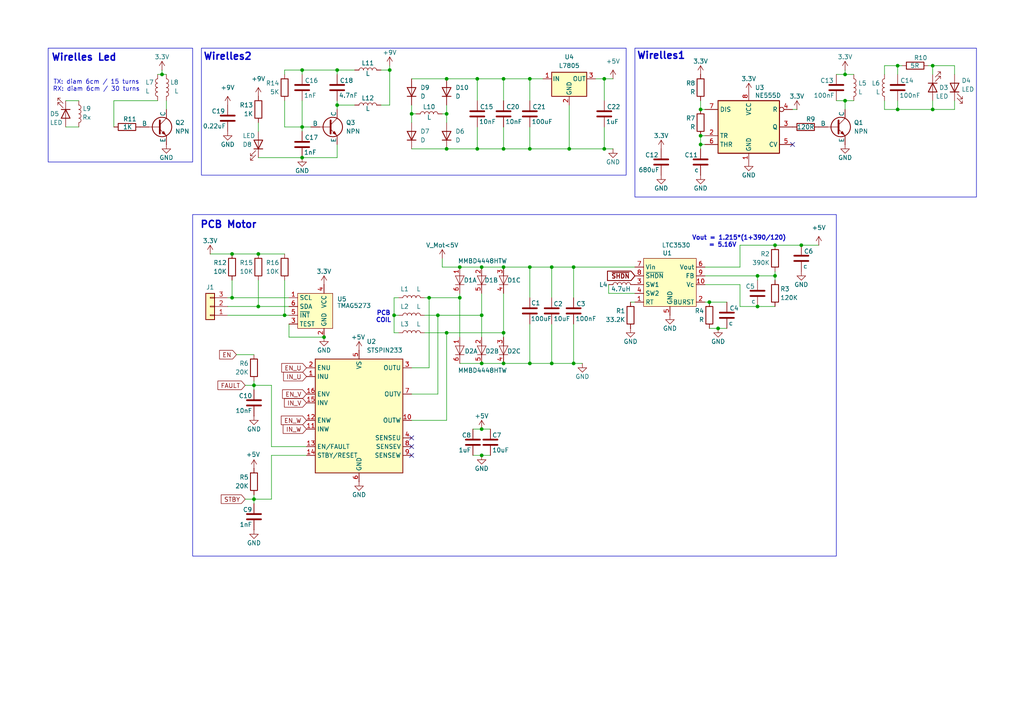
<source format=kicad_sch>
(kicad_sch (version 20231120) (generator "eeschema") (generator_version "8.0")
  (paper "A4")
  (lib_symbols
    (symbol "Connector_Generic:Conn_01x03" (pin_names (offset 1.016) hide)
      (property "Reference" "J" (at 0 5.08 0))
      (property "Value" "Conn_01x03" (at 0 -5.08 0))
      (symbol "Conn_01x03_1_1"
        (pin passive line (at -5.08 2.54 0) (length 3.81) (name "Pin_1") (number "1"))
        (pin passive line (at -5.08 0 0) (length 3.81) (name "Pin_2") (number "2"))
        (pin passive line (at -5.08 -2.54 0) (length 3.81) (name "Pin_3") (number "3"))
      )
    )
    (symbol "Device:C" (pin_numbers hide) (pin_names (offset 0.254))
      (property "Reference" "C" (at 0.635 2.54 0))
      (property "Value" "C" (at 0.635 -2.54 0))
      (symbol "C_1_1"
        (pin passive line (at 0 3.81 270) (length 2.794) (name "~") (number "1"))
        (pin passive line (at 0 -3.81 90) (length 2.794) (name "~") (number "2"))
      )
    )
    (symbol "Device:D" (pin_numbers hide) (pin_names (offset 1.016) hide)
      (property "Reference" "D" (at 0 2.54 0))
      (property "Value" "D" (at 0 -2.54 0))
      (symbol "D_1_1"
        (pin passive line (at -3.81 0 0) (length 2.54) (name "K") (number "1"))
        (pin passive line (at 3.81 0 180) (length 2.54) (name "A") (number "2"))
      )
    )
    (symbol "Device:L" (pin_numbers hide) (pin_names (offset 1.016) hide)
      (property "Reference" "L" (at -1.27 0 90))
      (property "Value" "L" (at 1.905 0 90))
      (symbol "L_1_1"
        (pin passive line (at 0 3.81 270) (length 1.27) (name "1") (number "1"))
        (pin passive line (at 0 -3.81 90) (length 1.27) (name "2") (number "2"))
      )
    )
    (symbol "Device:LED" (pin_numbers hide) (pin_names (offset 1.016) hide)
      (property "Reference" "D" (at 0 2.54 0))
      (property "Value" "LED" (at 0 -2.54 0))
      (symbol "LED_1_1"
        (pin passive line (at -3.81 0 0) (length 2.54) (name "K") (number "1"))
        (pin passive line (at 3.81 0 180) (length 2.54) (name "A") (number "2"))
      )
    )
    (symbol "Device:R" (pin_numbers hide) (pin_names (offset 0))
      (property "Reference" "R" (at 2.032 0 90))
      (property "Value" "R" (at 0 0 90))
      (symbol "R_1_1"
        (pin passive line (at 0 3.81 270) (length 1.27) (name "~") (number "1"))
        (pin passive line (at 0 -3.81 90) (length 1.27) (name "~") (number "2"))
      )
    )
    (symbol "Diode:MMBD4448HTW" (pin_names (offset 1.016) hide)
      (property "Reference" "D" (at 0 2.54 0))
      (property "Value" "MMBD4448HTW" (at 0 -2.54 0))
      (symbol "MMBD4448HTW_1_1"
        (pin passive line (at 3.81 0 180) (length 2.54) (name "A") (number "1"))
        (pin passive line (at -3.81 0 0) (length 2.54) (name "K") (number "6"))
      )
      (symbol "MMBD4448HTW_2_1"
        (pin passive line (at 3.81 0 180) (length 2.54) (name "A") (number "2"))
        (pin passive line (at -3.81 0 0) (length 2.54) (name "K") (number "5"))
      )
      (symbol "MMBD4448HTW_3_1"
        (pin passive line (at 3.81 0 180) (length 2.54) (name "A") (number "3"))
        (pin passive line (at -3.81 0 0) (length 2.54) (name "K") (number "4"))
      )
    )
    (symbol "Driver_Motor:STSPIN233"
      (property "Reference" "U" (at -12.7 16.51 0))
      (property "Value" "STSPIN233" (at 5.08 16.51 0))
      (symbol "STSPIN233_1_1"
        (pin input line (at -15.24 10.16 0) (length 2.54) (name "INU") (number "1"))
        (pin power_out line (at 15.24 -2.54 180) (length 2.54) (name "OUTW") (number "10"))
        (pin input line (at -15.24 -5.08 0) (length 2.54) (name "INW") (number "11"))
        (pin input line (at -15.24 -2.54 0) (length 2.54) (name "ENW") (number "12"))
        (pin bidirectional line (at -15.24 -10.16 0) (length 2.54) (name "EN/FAULT") (number "13"))
        (pin input line (at -15.24 -12.7 0) (length 2.54) (name "STBY/RESET") (number "14"))
        (pin input line (at -15.24 2.54 0) (length 2.54) (name "INV") (number "15"))
        (pin input line (at -15.24 5.08 0) (length 2.54) (name "ENV") (number "16"))
        (pin passive line (at 0 -20.32 90) (length 2.54) hide (name "GND") (number "17"))
        (pin input line (at -15.24 12.7 0) (length 2.54) (name "ENU") (number "2"))
        (pin power_out line (at 15.24 12.7 180) (length 2.54) (name "OUTU") (number "3"))
        (pin input line (at 15.24 -7.62 180) (length 2.54) (name "SENSEU") (number "4"))
        (pin power_in line (at 0 17.78 270) (length 2.54) (name "VS") (number "5"))
        (pin power_in line (at 0 -20.32 90) (length 2.54) (name "GND") (number "6"))
        (pin power_out line (at 15.24 5.08 180) (length 2.54) (name "OUTV") (number "7"))
        (pin input line (at 15.24 -10.16 180) (length 2.54) (name "SENSEV") (number "8"))
        (pin input line (at 15.24 -12.7 180) (length 2.54) (name "SENSEW") (number "9"))
      )
    )
    (symbol "Regulator_Linear:L7805" (pin_names (offset 0.254))
      (property "Reference" "U" (at -3.81 3.175 0))
      (property "Value" "L7805" (at 0 3.175 0))
      (symbol "L7805_1_1"
        (pin power_in line (at -7.62 0 0) (length 2.54) (name "IN") (number "1"))
        (pin power_in line (at 0 -7.62 90) (length 2.54) (name "GND") (number "2"))
        (pin power_out line (at 7.62 0 180) (length 2.54) (name "OUT") (number "3"))
      )
    )
    (symbol "Simulation_SPICE:NPN" (pin_numbers hide) (pin_names (offset 0))
      (property "Reference" "Q" (at -2.54 7.62 0))
      (property "Value" "NPN" (at -2.54 5.08 0))
      (symbol "NPN_1_1"
        (pin open_collector line (at 2.54 5.08 270) (length 2.54) (name "C") (number "1"))
        (pin input line (at -5.08 0 0) (length 2.54) (name "B") (number "2"))
        (pin open_emitter line (at 2.54 -5.08 90) (length 2.54) (name "E") (number "3"))
      )
    )
    (symbol "SmartwatchV3:LTC3530"
      (property "Reference" "U1" (at 4.826 7.874 0))
      (property "Value" "~" (at 0 7.62 0))
      (symbol "LTC3530_0_0"
        (pin unspecified line (at -10.16 -6.35 0) (length 2.54) (name "RT") (number "1"))
        (pin unspecified line (at 10.16 -1.27 180) (length 2.54) (name "Vc") (number "10"))
        (pin unspecified line (at 10.16 -6.35 180) (length 2.54) (name "BURST") (number "2"))
        (pin unspecified line (at -10.16 -1.27 0) (length 2.54) (name "SW1") (number "3"))
        (pin unspecified line (at -10.16 -3.81 0) (length 2.54) (name "SW2") (number "4"))
        (pin unspecified line (at 0 -10.16 90) (length 2.54) (name "GND") (number "5"))
        (pin unspecified line (at 10.16 3.81 180) (length 2.54) (name "Vout") (number "6"))
        (pin unspecified line (at -10.16 3.81 0) (length 2.54) (name "Vin") (number "7"))
        (pin unspecified line (at -10.16 1.27 0) (length 2.54) (name "~{SHDN}") (number "8"))
        (pin unspecified line (at 10.16 1.27 180) (length 2.54) (name "FB") (number "9"))
      )
    )
    (symbol "SmartwatchV4:TMAG5273"
      (property "Reference" "U" (at 5.08 6.35 0))
      (symbol "TMAG5273_0_0"
        (pin unspecified line (at -7.62 3.81 0) (length 2.54) (name "SCL") (number "1"))
        (pin unspecified line (at 2.54 -7.62 90) (length 2.54) (name "GND") (number "2"))
        (pin unspecified line (at -7.62 -3.81 0) (length 2.54) (name "TEST") (number "3"))
        (pin unspecified line (at 2.54 7.62 270) (length 2.54) (name "VCC") (number "4"))
        (pin unspecified line (at -7.62 -1.27 0) (length 2.54) (name "~{INT}") (number "5"))
        (pin unspecified line (at -7.62 1.27 0) (length 2.54) (name "SDA") (number "6"))
      )
    )
    (symbol "Timer:NE555D"
      (property "Reference" "U3" (at 3.556 12.446 0))
      (property "Value" "NE555D" (at 3.556 10.16 0))
      (symbol "NE555D_0_0"
        (pin power_in line (at 0 -10.16 90) (length 2.54) (name "GND") (number "1"))
        (pin power_in line (at 0 10.16 270) (length 2.54) (name "VCC") (number "8"))
      )
      (symbol "NE555D_1_1"
        (pin input line (at -12.7 -2.54 0) (length 3.81) (name "TR") (number "2"))
        (pin output line (at 12.7 0 180) (length 3.81) (name "Q") (number "3"))
        (pin input inverted (at 12.7 5.08 180) (length 3.81) (name "R") (number "4"))
        (pin input line (at 12.7 -5.08 180) (length 3.81) (name "CV") (number "5"))
        (pin input line (at -12.7 -5.08 0) (length 3.81) (name "THR") (number "6"))
        (pin input line (at -12.7 5.08 0) (length 3.81) (name "DIS") (number "7"))
      )
    )
    (symbol "power:+5V" (power) (pin_numbers hide) (pin_names (offset 0) hide)
      (property "Value" "+5V" (at 0 3.556 0))
      (symbol "+5V_1_1"
        (pin power_in line (at 0 0 90) (length 0) (name "~") (number "1"))
      )
    )
    (symbol "power:+9V" (power) (pin_numbers hide) (pin_names (offset 0) hide)
      (property "Value" "+9V" (at 0 3.556 0))
      (symbol "+9V_1_1"
        (pin power_in line (at 0 0 90) (length 0) (name "~") (number "1"))
      )
    )
    (symbol "power:GND" (power) (pin_numbers hide) (pin_names (offset 0) hide)
      (property "Value" "GND" (at 0 -3.81 0))
      (symbol "GND_1_1"
        (pin power_in line (at 0 0 270) (length 0) (name "~") (number "1"))
      )
    )
    (symbol "power:VAA" (power) (pin_numbers hide) (pin_names (offset 0) hide)
      (property "Value" "VAA" (at 0 3.556 0))
      (symbol "VAA_1_1"
        (pin power_in line (at 0 0 90) (length 0) (name "~") (number "1"))
      )
    )
  )
  (junction (at 139.7 77.47))
  (junction (at 153.67 77.47))
  (junction (at 46.99 21.59))
  (junction (at 119.38 33.02))
  (junction (at 139.7 105.41))
  (junction (at 139.7 124.46))
  (junction (at 203.2 39.37))
  (junction (at 67.31 86.36))
  (junction (at 153.67 105.41))
  (junction (at 166.37 77.47))
  (junction (at 113.03 20.32))
  (junction (at 74.93 73.66))
  (junction (at 82.55 91.44))
  (junction (at 73.66 144.78))
  (junction (at 146.05 77.47))
  (junction (at 146.05 43.18))
  (junction (at 133.35 77.47))
  (junction (at 146.05 96.52))
  (junction (at 245.11 21.59))
  (junction (at 67.31 73.66))
  (junction (at 146.05 105.41))
  (junction (at 175.26 22.86))
  (junction (at 87.63 36.83))
  (junction (at 260.35 19.05))
  (junction (at 208.28 95.25))
  (junction (at 260.35 31.75))
  (junction (at 165.1 43.18))
  (junction (at 160.02 105.41))
  (junction (at 166.37 105.41))
  (junction (at 219.71 88.9))
  (junction (at 245.11 29.21))
  (junction (at 219.71 80.01))
  (junction (at 138.43 22.86))
  (junction (at 138.43 43.18))
  (junction (at 114.3 91.44))
  (junction (at 232.41 71.12))
  (junction (at 74.93 88.9))
  (junction (at 224.79 71.12))
  (junction (at 97.79 20.32))
  (junction (at 87.63 45.72))
  (junction (at 97.79 30.48))
  (junction (at 129.54 43.18))
  (junction (at 139.7 91.44))
  (junction (at 224.79 80.01))
  (junction (at 203.2 41.91))
  (junction (at 93.98 97.79))
  (junction (at 270.51 19.05))
  (junction (at 124.46 86.36))
  (junction (at 129.54 33.02))
  (junction (at 205.74 87.63))
  (junction (at 153.67 43.18))
  (junction (at 73.66 111.76))
  (junction (at 87.63 20.32))
  (junction (at 146.05 22.86))
  (junction (at 175.26 43.18))
  (junction (at 129.54 96.52))
  (junction (at 270.51 31.75))
  (junction (at 133.35 86.36))
  (junction (at 160.02 77.47))
  (junction (at 129.54 22.86))
  (junction (at 203.2 31.75))
  (junction (at 153.67 22.86))
  (junction (at 127 91.44))
  (junction (at 139.7 132.08))
  (no_connect (at 119.38 132.08))
  (no_connect (at 119.38 129.54))
  (no_connect (at 229.87 41.91))
  (no_connect (at 119.38 127))
  (wire (pts (xy 73.66 143.51) (xy 73.66 144.78)))
  (wire (pts (xy 269.24 19.05) (xy 270.51 19.05)))
  (wire (pts (xy 113.03 19.05) (xy 113.03 20.32)))
  (wire (pts (xy 133.35 85.09) (xy 133.35 86.36)))
  (wire (pts (xy 71.12 144.78) (xy 73.66 144.78)))
  (wire (pts (xy 114.3 86.36) (xy 114.3 91.44)))
  (wire (pts (xy 146.05 36.83) (xy 146.05 43.18)))
  (wire (pts (xy 33.02 29.21) (xy 33.02 36.83)))
  (wire (pts (xy 114.3 91.44) (xy 115.57 91.44)))
  (wire (pts (xy 78.74 129.54) (xy 88.9 129.54)))
  (wire (pts (xy 256.54 31.75) (xy 256.54 29.21)))
  (wire (pts (xy 119.38 33.02) (xy 119.38 35.56)))
  (wire (pts (xy 73.66 144.78) (xy 73.66 146.05)))
  (wire (pts (xy 176.53 82.55) (xy 176.53 85.09)))
  (wire (pts (xy 175.26 29.21) (xy 175.26 22.86)))
  (wire (pts (xy 60.96 73.66) (xy 67.31 73.66)))
  (wire (pts (xy 176.53 85.09) (xy 184.15 85.09)))
  (wire (pts (xy 139.7 105.41) (xy 146.05 105.41)))
  (wire (pts (xy 137.16 124.46) (xy 139.7 124.46)))
  (wire (pts (xy 260.35 31.75) (xy 270.51 31.75)))
  (wire (pts (xy 97.79 29.21) (xy 97.79 30.48)))
  (wire (pts (xy 276.86 31.75) (xy 276.86 29.21)))
  (wire (pts (xy 129.54 43.18) (xy 138.43 43.18)))
  (wire (pts (xy 242.57 21.59) (xy 245.11 21.59)))
  (wire (pts (xy 78.74 144.78) (xy 73.66 144.78)))
  (wire (pts (xy 82.55 81.28) (xy 82.55 91.44)))
  (wire (pts (xy 73.66 111.76) (xy 78.74 111.76)))
  (wire (pts (xy 219.71 80.01) (xy 219.71 81.28)))
  (wire (pts (xy 260.35 21.59) (xy 260.35 19.05)))
  (wire (pts (xy 146.05 96.52) (xy 146.05 97.79)))
  (wire (pts (xy 90.17 36.83) (xy 87.63 36.83)))
  (wire (pts (xy 87.63 38.1) (xy 87.63 36.83)))
  (wire (pts (xy 82.55 21.59) (xy 82.55 20.32)))
  (wire (pts (xy 114.3 91.44) (xy 114.3 96.52)))
  (wire (pts (xy 129.54 33.02) (xy 129.54 35.56)))
  (wire (pts (xy 133.35 77.47) (xy 139.7 77.47)))
  (wire (pts (xy 127 91.44) (xy 139.7 91.44)))
  (wire (pts (xy 139.7 132.08) (xy 142.24 132.08)))
  (wire (pts (xy 203.2 29.21) (xy 203.2 31.75)))
  (wire (pts (xy 270.51 19.05) (xy 270.51 21.59)))
  (wire (pts (xy 66.04 91.44) (xy 82.55 91.44)))
  (wire (pts (xy 175.26 22.86) (xy 172.72 22.86)))
  (wire (pts (xy 153.67 93.98) (xy 153.67 105.41)))
  (wire (pts (xy 260.35 31.75) (xy 260.35 29.21)))
  (wire (pts (xy 219.71 80.01) (xy 224.79 80.01)))
  (wire (pts (xy 68.58 102.87) (xy 73.66 102.87)))
  (wire (pts (xy 153.67 77.47) (xy 146.05 77.47)))
  (wire (pts (xy 166.37 93.98) (xy 166.37 105.41)))
  (wire (pts (xy 128.27 74.93) (xy 128.27 77.47)))
  (wire (pts (xy 97.79 41.91) (xy 97.79 45.72)))
  (wire (pts (xy 214.63 88.9) (xy 219.71 88.9)))
  (wire (pts (xy 97.79 20.32) (xy 102.87 20.32)))
  (wire (pts (xy 138.43 29.21) (xy 138.43 22.86)))
  (wire (pts (xy 214.63 77.47) (xy 204.47 77.47)))
  (wire (pts (xy 119.38 22.86) (xy 129.54 22.86)))
  (wire (pts (xy 166.37 86.36) (xy 166.37 77.47)))
  (wire (pts (xy 82.55 91.44) (xy 83.82 91.44)))
  (wire (pts (xy 166.37 77.47) (xy 184.15 77.47)))
  (wire (pts (xy 153.67 36.83) (xy 153.67 43.18)))
  (wire (pts (xy 87.63 36.83) (xy 87.63 29.21)))
  (wire (pts (xy 153.67 43.18) (xy 146.05 43.18)))
  (wire (pts (xy 114.3 86.36) (xy 115.57 86.36)))
  (wire (pts (xy 146.05 22.86) (xy 138.43 22.86)))
  (wire (pts (xy 97.79 30.48) (xy 97.79 31.75)))
  (wire (pts (xy 205.74 87.63) (xy 210.82 87.63)))
  (wire (pts (xy 78.74 111.76) (xy 78.74 129.54)))
  (wire (pts (xy 110.49 20.32) (xy 113.03 20.32)))
  (wire (pts (xy 19.05 36.83) (xy 22.86 36.83)))
  (wire (pts (xy 138.43 36.83) (xy 138.43 43.18)))
  (wire (pts (xy 124.46 86.36) (xy 133.35 86.36)))
  (wire (pts (xy 160.02 77.47) (xy 153.67 77.47)))
  (wire (pts (xy 165.1 30.48) (xy 165.1 43.18)))
  (wire (pts (xy 129.54 30.48) (xy 129.54 33.02)))
  (wire (pts (xy 146.05 85.09) (xy 146.05 96.52)))
  (wire (pts (xy 48.26 21.59) (xy 46.99 21.59)))
  (wire (pts (xy 214.63 82.55) (xy 204.47 82.55)))
  (wire (pts (xy 97.79 30.48) (xy 102.87 30.48)))
  (wire (pts (xy 73.66 111.76) (xy 73.66 110.49)))
  (wire (pts (xy 214.63 88.9) (xy 214.63 82.55)))
  (wire (pts (xy 123.19 96.52) (xy 129.54 96.52)))
  (wire (pts (xy 71.12 111.76) (xy 73.66 111.76)))
  (wire (pts (xy 129.54 96.52) (xy 146.05 96.52)))
  (wire (pts (xy 153.67 105.41) (xy 146.05 105.41)))
  (wire (pts (xy 160.02 77.47) (xy 160.02 86.36)))
  (wire (pts (xy 208.28 95.25) (xy 210.82 95.25)))
  (wire (pts (xy 123.19 86.36) (xy 124.46 86.36)))
  (wire (pts (xy 245.11 20.32) (xy 245.11 21.59)))
  (wire (pts (xy 46.99 20.32) (xy 46.99 21.59)))
  (wire (pts (xy 82.55 36.83) (xy 82.55 29.21)))
  (wire (pts (xy 168.91 105.41) (xy 166.37 105.41)))
  (wire (pts (xy 153.67 29.21) (xy 153.67 22.86)))
  (wire (pts (xy 74.93 45.72) (xy 87.63 45.72)))
  (wire (pts (xy 204.47 80.01) (xy 219.71 80.01)))
  (wire (pts (xy 133.35 105.41) (xy 139.7 105.41)))
  (wire (pts (xy 119.38 121.92) (xy 129.54 121.92)))
  (wire (pts (xy 19.05 29.21) (xy 22.86 29.21)))
  (wire (pts (xy 139.7 85.09) (xy 139.7 91.44)))
  (wire (pts (xy 74.93 81.28) (xy 74.93 88.9)))
  (wire (pts (xy 205.74 87.63) (xy 204.47 87.63)))
  (wire (pts (xy 214.63 71.12) (xy 214.63 77.47)))
  (wire (pts (xy 119.38 43.18) (xy 129.54 43.18)))
  (wire (pts (xy 110.49 30.48) (xy 113.03 30.48)))
  (wire (pts (xy 129.54 33.02) (xy 128.27 33.02)))
  (wire (pts (xy 231.14 31.75) (xy 229.87 31.75)))
  (wire (pts (xy 119.38 30.48) (xy 119.38 33.02)))
  (wire (pts (xy 137.16 132.08) (xy 139.7 132.08)))
  (wire (pts (xy 270.51 19.05) (xy 276.86 19.05)))
  (wire (pts (xy 175.26 36.83) (xy 175.26 43.18)))
  (wire (pts (xy 153.67 86.36) (xy 153.67 77.47)))
  (wire (pts (xy 87.63 21.59) (xy 87.63 20.32)))
  (wire (pts (xy 74.93 88.9) (xy 83.82 88.9)))
  (wire (pts (xy 97.79 45.72) (xy 87.63 45.72)))
  (wire (pts (xy 205.74 95.25) (xy 208.28 95.25)))
  (wire (pts (xy 133.35 86.36) (xy 133.35 97.79)))
  (wire (pts (xy 139.7 77.47) (xy 146.05 77.47)))
  (wire (pts (xy 214.63 71.12) (xy 224.79 71.12)))
  (wire (pts (xy 261.62 19.05) (xy 260.35 19.05)))
  (wire (pts (xy 177.8 43.18) (xy 175.26 43.18)))
  (wire (pts (xy 219.71 88.9) (xy 224.79 88.9)))
  (wire (pts (xy 157.48 22.86) (xy 153.67 22.86)))
  (wire (pts (xy 270.51 31.75) (xy 270.51 29.21)))
  (wire (pts (xy 83.82 97.79) (xy 83.82 93.98)))
  (wire (pts (xy 82.55 36.83) (xy 87.63 36.83)))
  (wire (pts (xy 203.2 39.37) (xy 204.47 39.37)))
  (wire (pts (xy 203.2 31.75) (xy 204.47 31.75)))
  (wire (pts (xy 45.72 29.21) (xy 33.02 29.21)))
  (wire (pts (xy 270.51 31.75) (xy 276.86 31.75)))
  (wire (pts (xy 127 114.3) (xy 127 91.44)))
  (wire (pts (xy 242.57 29.21) (xy 245.11 29.21)))
  (wire (pts (xy 128.27 77.47) (xy 133.35 77.47)))
  (wire (pts (xy 97.79 20.32) (xy 87.63 20.32)))
  (wire (pts (xy 256.54 19.05) (xy 260.35 19.05)))
  (wire (pts (xy 139.7 124.46) (xy 142.24 124.46)))
  (wire (pts (xy 256.54 21.59) (xy 256.54 19.05)))
  (wire (pts (xy 182.88 87.63) (xy 184.15 87.63)))
  (wire (pts (xy 129.54 121.92) (xy 129.54 96.52)))
  (wire (pts (xy 46.99 21.59) (xy 45.72 21.59)))
  (wire (pts (xy 224.79 80.01) (xy 224.79 78.74)))
  (wire (pts (xy 119.38 114.3) (xy 127 114.3)))
  (wire (pts (xy 97.79 21.59) (xy 97.79 20.32)))
  (wire (pts (xy 146.05 43.18) (xy 138.43 43.18)))
  (wire (pts (xy 119.38 106.68) (xy 124.46 106.68)))
  (wire (pts (xy 78.74 132.08) (xy 88.9 132.08)))
  (wire (pts (xy 66.04 86.36) (xy 67.31 86.36)))
  (wire (pts (xy 153.67 22.86) (xy 146.05 22.86)))
  (wire (pts (xy 66.04 88.9) (xy 74.93 88.9)))
  (wire (pts (xy 48.26 29.21) (xy 48.26 31.75)))
  (wire (pts (xy 165.1 43.18) (xy 153.67 43.18)))
  (wire (pts (xy 256.54 31.75) (xy 260.35 31.75)))
  (wire (pts (xy 123.19 91.44) (xy 127 91.44)))
  (wire (pts (xy 74.93 38.1) (xy 74.93 35.56)))
  (wire (pts (xy 153.67 105.41) (xy 160.02 105.41)))
  (wire (pts (xy 276.86 19.05) (xy 276.86 21.59)))
  (wire (pts (xy 67.31 81.28) (xy 67.31 86.36)))
  (wire (pts (xy 175.26 43.18) (xy 165.1 43.18)))
  (wire (pts (xy 245.11 21.59) (xy 247.65 21.59)))
  (wire (pts (xy 166.37 105.41) (xy 160.02 105.41)))
  (wire (pts (xy 245.11 29.21) (xy 245.11 31.75)))
  (wire (pts (xy 129.54 22.86) (xy 138.43 22.86)))
  (wire (pts (xy 166.37 77.47) (xy 160.02 77.47)))
  (wire (pts (xy 119.38 33.02) (xy 120.65 33.02)))
  (wire (pts (xy 114.3 96.52) (xy 115.57 96.52)))
  (wire (pts (xy 177.8 22.86) (xy 175.26 22.86)))
  (wire (pts (xy 224.79 71.12) (xy 232.41 71.12)))
  (wire (pts (xy 204.47 41.91) (xy 203.2 41.91)))
  (wire (pts (xy 237.49 71.12) (xy 232.41 71.12)))
  (wire (pts (xy 224.79 81.28) (xy 224.79 80.01)))
  (wire (pts (xy 73.66 113.03) (xy 73.66 111.76)))
  (wire (pts (xy 67.31 73.66) (xy 74.93 73.66)))
  (wire (pts (xy 146.05 29.21) (xy 146.05 22.86)))
  (wire (pts (xy 139.7 91.44) (xy 139.7 97.79)))
  (wire (pts (xy 245.11 29.21) (xy 247.65 29.21)))
  (wire (pts (xy 82.55 20.32) (xy 87.63 20.32)))
  (wire (pts (xy 93.98 97.79) (xy 83.82 97.79)))
  (wire (pts (xy 67.31 86.36) (xy 83.82 86.36)))
  (wire (pts (xy 203.2 43.18) (xy 203.2 41.91)))
  (wire (pts (xy 160.02 93.98) (xy 160.02 105.41)))
  (wire (pts (xy 74.93 73.66) (xy 82.55 73.66)))
  (wire (pts (xy 78.74 132.08) (xy 78.74 144.78)))
  (wire (pts (xy 203.2 41.91) (xy 203.2 39.37)))
  (wire (pts (xy 124.46 106.68) (xy 124.46 86.36)))
  (wire (pts (xy 113.03 30.48) (xy 113.03 20.32)))
  (rectangle (start 13.97 13.97) (end 55.88 46.99))
  (rectangle (start 55.88 62.23) (end 242.57 161.29))
  (rectangle (start 184.15 13.97) (end 283.21 57.15))
  (rectangle (start 58.42 13.97) (end 181.61 50.8))
  (text "Wirelles2" (at 66.04 16.51 0) (effects (font (size 2.032 2.032) (thickness 0.4064) (bold yes))))
  (text "TX: diam 6cm / 15 turns\nRX: diam 6cm / 30 turns" (at 27.94 24.892 0) (effects (font (size 1.27 1.27))))
  (text "Wirelles Led" (at 24.384 16.764 0) (effects (font (size 2.032 2.032) (thickness 0.4064) (bold yes))))
  (text "Vout = 1.215*(1+390/120)\n     = 5.16V" (at 200.66 70.104 0) (effects (font (size 1.27 1.27) (bold yes)) (justify left)))
  (text "PCB\nCOIL" (at 111.252 91.948 0) (effects (font (size 1.27 1.27) (thickness 0.254) (bold yes))))
  (text "Wirelles1" (at 191.77 16.256 0) (effects (font (size 2.032 2.032) (thickness 0.4064) (bold yes))))
  (text "PCB Motor " (at 67.056 65.278 0) (effects (font (size 2.032 2.032) (thickness 0.4064) (bold yes))))
  (global_label "IN_U" (shape input) (at 88.9 109.22 180) (property "Intersheetrefs" "${INTERSHEET_REFS}" (effects (hide yes))))
  (global_label "IN_V" (shape input) (at 88.9 116.84 180) (property "Intersheetrefs" "${INTERSHEET_REFS}" (effects (hide yes))))
  (global_label "STBY" (shape input) (at 71.12 144.78 180) (property "Intersheetrefs" "${INTERSHEET_REFS}" (effects (hide yes))))
  (global_label "IN_W" (shape input) (at 88.9 124.46 180) (property "Intersheetrefs" "${INTERSHEET_REFS}" (effects (hide yes))))
  (global_label "EN" (shape input) (at 68.58 102.87 180) (property "Intersheetrefs" "${INTERSHEET_REFS}" (effects (hide yes))))
  (global_label "EN_W" (shape input) (at 88.9 121.92 180) (property "Intersheetrefs" "${INTERSHEET_REFS}" (effects (hide yes))))
  (global_label "~{SHDN}" (shape input) (at 184.15 80.01 180) (effects (font (bold yes))) (property "Intersheetrefs" "${INTERSHEET_REFS}" (effects (hide yes))))
  (global_label "EN_U" (shape input) (at 88.9 106.68 180) (property "Intersheetrefs" "${INTERSHEET_REFS}" (effects (hide yes))))
  (global_label "EN_V" (shape input) (at 88.9 114.3 180) (property "Intersheetrefs" "${INTERSHEET_REFS}" (effects (hide yes))))
  (global_label "FAULT" (shape input) (at 71.12 111.76 180) (property "Intersheetrefs" "${INTERSHEET_REFS}" (effects (hide yes))))
  (symbol (lib_id "Device:C") (at 166.37 90.17 0) (unit 1)
    (property "Reference" "C3" (at 167.132 88.138 0) (effects (justify left)))
    (property "Value" "100nF" (at 166.878 92.456 0) (effects (justify left)))
    (property "Footprint" "Capacitor_SMD:C_0402_1005Metric_Pad0.74x0.62mm_HandSolder" (effects (hide yes)))
    (property "Description" "Unpolarized capacitor" (effects (hide yes)))
  )
  (symbol (lib_id "Device:D") (at 129.54 26.67 90) (unit 1)
    (property "Reference" "D10" (at 132.08 25.3999 90) (effects (justify right)))
    (property "Value" "D" (at 132.08 27.9399 90) (effects (justify right)))
    (property "Description" "Diode" (effects (hide yes)))
    (property "Sim.Device" "D" (effects (hide yes)))
    (property "Sim.Pins" "1=K 2=A" (effects (hide yes)))
  )
  (symbol (lib_id "Device:C") (at 66.04 34.29 0) (mirror y) (unit 1)
    (property "Reference" "C19" (at 65.278 32.258 0) (effects (justify left)))
    (property "Value" "0.22uF" (at 65.532 36.576 0) (effects (justify left)))
    (property "Footprint" "Capacitor_SMD:C_0402_1005Metric_Pad0.74x0.62mm_HandSolder" (effects (hide yes)))
    (property "Description" "Unpolarized capacitor" (effects (hide yes)))
  )
  (symbol (lib_id "power:+5V") (at 73.66 135.89 0) (unit 1)
    (property "Reference" "#PWR016" (effects (hide yes)))
    (property "Value" "+5V" (at 73.406 131.826 0))
    (property "Description" "Power symbol creates a global label with name \"+5V\"" (effects (hide yes)))
  )
  (symbol (lib_id "power:VAA") (at 128.27 74.93 0) (unit 1)
    (property "Reference" "#PWR06" (effects (hide yes)))
    (property "Value" "V_Mot<5V" (at 128.27 71.12 0))
    (property "Description" "Power symbol creates a global label with name \"VAA\"" (effects (hide yes)))
  )
  (symbol (lib_id "Device:L") (at 119.38 91.44 90) (unit 1)
    (property "Reference" "L2" (at 117.348 88.9 90))
    (property "Value" "L" (at 121.412 88.9 90))
    (property "Description" "Inductor" (effects (hide yes)))
  )
  (symbol (lib_id "Device:L") (at 119.38 96.52 90) (unit 1)
    (property "Reference" "L3" (at 117.348 93.98 90))
    (property "Value" "L" (at 121.412 93.98 90))
    (property "Description" "Inductor" (effects (hide yes)))
  )
  (symbol (lib_id "Device:C") (at 219.71 85.09 0) (mirror y) (unit 1)
    (property "Reference" "C5" (at 218.948 83.058 0) (effects (justify left)))
    (property "Value" "c" (at 219.202 87.376 0) (effects (justify left)))
    (property "Footprint" "Capacitor_SMD:C_0402_1005Metric_Pad0.74x0.62mm_HandSolder" (effects (hide yes)))
    (property "Description" "Unpolarized capacitor" (effects (hide yes)))
  )
  (symbol (lib_id "Device:C") (at 97.79 25.4 0) (unit 1)
    (property "Reference" "C18" (at 98.552 23.368 0) (effects (justify left)))
    (property "Value" "4.7nF" (at 98.298 27.686 0) (effects (justify left)))
    (property "Footprint" "Capacitor_SMD:C_0402_1005Metric_Pad0.74x0.62mm_HandSolder" (effects (hide yes)))
    (property "Description" "Unpolarized capacitor" (effects (hide yes)))
  )
  (symbol (lib_id "Device:C") (at 142.24 128.27 0) (unit 1)
    (property "Reference" "C7" (at 142.748 126.238 0) (effects (justify left)))
    (property "Value" "10uF" (at 142.748 130.556 0) (effects (justify left)))
    (property "Footprint" "Capacitor_SMD:C_0603_1608Metric_Pad1.08x0.95mm_HandSolder" (effects (hide yes)))
    (property "Description" "Unpolarized capacitor" (effects (hide yes)))
  )
  (symbol (lib_id "Connector_Generic:Conn_01x03") (at 60.96 88.9 180) (unit 1)
    (property "Reference" "J1" (at 60.96 83.312 0))
    (property "Value" "Conn_01x03" (effects (hide yes)))
    (property "Description" "Generic connector, single row, 01x03, script generated (kicad-library-utils/schlib/autogen/connector/)" (effects (hide yes)))
  )
  (symbol (lib_id "power:+5V") (at 245.11 20.32 0) (unit 1)
    (property "Reference" "#PWR023" (effects (hide yes)))
    (property "Value" "3.3V" (at 245.11 16.51 0))
    (property "Description" "Power symbol creates a global label with name \"+5V\"" (effects (hide yes)))
  )
  (symbol (lib_id "power:+9V") (at 74.93 27.94 0) (unit 1)
    (property "Reference" "#PWR027" (effects (hide yes)))
    (property "Value" "+9V" (at 74.93 22.86 0))
    (property "Description" "Power symbol creates a global label with name \"+9V\"" (effects (hide yes)))
  )
  (symbol (lib_id "Device:C") (at 73.66 149.86 0) (mirror y) (unit 1)
    (property "Reference" "C9" (at 73.152 147.828 0) (effects (justify left)))
    (property "Value" "1nF" (at 73.152 152.146 0) (effects (justify left)))
    (property "Footprint" "Capacitor_SMD:C_0402_1005Metric_Pad0.74x0.62mm_HandSolder" (effects (hide yes)))
    (property "Description" "Unpolarized capacitor" (effects (hide yes)))
  )
  (symbol (lib_id "Device:L") (at 22.86 33.02 0) (unit 1) (on_board no)
    (property "Reference" "L9" (at 26.416 31.496 0) (effects (justify right)))
    (property "Value" "Rx" (at 26.416 34.036 0) (effects (justify right)))
    (property "Description" "Inductor" (effects (hide yes)))
  )
  (symbol (lib_id "Device:C") (at 232.41 74.93 0) (unit 1)
    (property "Reference" "C6" (at 233.172 72.898 0) (effects (justify left)))
    (property "Value" "c" (at 232.918 77.216 0) (effects (justify left)))
    (property "Footprint" "Capacitor_SMD:C_0402_1005Metric_Pad0.74x0.62mm_HandSolder" (effects (hide yes)))
    (property "Description" "Unpolarized capacitor" (effects (hide yes)))
  )
  (symbol (lib_id "power:+5V") (at 177.8 22.86 0) (unit 1)
    (property "Reference" "#PWR032" (effects (hide yes)))
    (property "Value" "+5V" (at 177.8 17.78 0))
    (property "Description" "Power symbol creates a global label with name \"+5V\"" (effects (hide yes)))
  )
  (symbol (lib_id "Diode:MMBD4448HTW") (at 146.05 101.6 270) (mirror x) (unit 3)
    (property "Reference" "D2" (at 149.098 101.854 90))
    (property "Value" "MMBD4448HTW" (effects (hide yes)))
    (property "Footprint" "Package_TO_SOT_SMD:SOT-363_SC-70-6" (effects (hide yes)))
    (property "Datasheet" "http://www.diodes.com/datasheets/ds30153.pdf" (effects (hide yes)))
    (property "Description" "Fast switching diode array 3 independent" (effects (hide yes)))
  )
  (symbol (lib_id "Device:R") (at 265.43 19.05 270) (mirror x) (unit 1)
    (property "Reference" "R10" (at 268.986 16.764 90) (effects (justify right)))
    (property "Value" "5R" (at 266.7 19.05 90) (effects (justify right)))
    (property "Footprint" "Resistor_SMD:R_0402_1005Metric_Pad0.72x0.64mm_HandSolder" (effects (hide yes)))
    (property "Description" "Resistor" (effects (hide yes)))
  )
  (symbol (lib_id "Device:R") (at 224.79 74.93 0) (mirror x) (unit 1)
    (property "Reference" "R2" (at 223.266 73.66 0) (effects (justify right)))
    (property "Value" "390K" (at 223.266 76.2 0) (effects (justify right)))
    (property "Footprint" "Resistor_SMD:R_0402_1005Metric_Pad0.72x0.64mm_HandSolder" (effects (hide yes)))
    (property "Description" "Resistor" (effects (hide yes)))
  )
  (symbol (lib_id "Device:C") (at 87.63 25.4 0) (unit 1)
    (property "Reference" "C16" (at 88.392 23.368 0) (effects (justify left)))
    (property "Value" "1nF" (at 88.138 27.686 0) (effects (justify left)))
    (property "Footprint" "Capacitor_SMD:C_0402_1005Metric_Pad0.74x0.62mm_HandSolder" (effects (hide yes)))
    (property "Description" "Unpolarized capacitor" (effects (hide yes)))
  )
  (symbol (lib_id "power:GND") (at 191.77 50.8 0) (unit 1)
    (property "Reference" "#PWR019" (effects (hide yes)))
    (property "Value" "GND" (at 191.77 54.61 0))
    (property "Description" "Power symbol creates a global label with name \"GND\" , ground" (effects (hide yes)))
  )
  (symbol (lib_id "power:GND") (at 168.91 105.41 0) (unit 1)
    (property "Reference" "#PWR01" (effects (hide yes)))
    (property "Value" "GND" (at 168.91 109.22 0))
    (property "Description" "Power symbol creates a global label with name \"GND\" , ground" (effects (hide yes)))
  )
  (symbol (lib_id "Device:D") (at 129.54 39.37 90) (unit 1)
    (property "Reference" "D6" (at 132.08 38.0999 90) (effects (justify right)))
    (property "Value" "D" (at 132.08 40.6399 90) (effects (justify right)))
    (property "Description" "Diode" (effects (hide yes)))
    (property "Sim.Device" "D" (effects (hide yes)))
    (property "Sim.Pins" "1=K 2=A" (effects (hide yes)))
  )
  (symbol (lib_id "power:+5V") (at 93.98 82.55 0) (unit 1)
    (property "Reference" "#PWR034" (effects (hide yes)))
    (property "Value" "3.3V" (at 93.98 78.74 0))
    (property "Description" "Power symbol creates a global label with name \"+5V\"" (effects (hide yes)))
  )
  (symbol (lib_id "power:GND") (at 73.66 120.65 0) (unit 1)
    (property "Reference" "#PWR014" (effects (hide yes)))
    (property "Value" "GND" (at 73.66 124.46 0))
    (property "Description" "Power symbol creates a global label with name \"GND\" , ground" (effects (hide yes)))
  )
  (symbol (lib_id "Device:C") (at 203.2 46.99 0) (mirror y) (unit 1)
    (property "Reference" "C11" (at 202.438 44.958 0) (effects (justify left)))
    (property "Value" "c" (at 202.692 49.276 0) (effects (justify left)))
    (property "Footprint" "Capacitor_SMD:C_0402_1005Metric_Pad0.74x0.62mm_HandSolder" (effects (hide yes)))
    (property "Description" "Unpolarized capacitor" (effects (hide yes)))
  )
  (symbol (lib_id "Regulator_Linear:L7805") (at 165.1 22.86 0) (unit 1)
    (property "Reference" "U4" (at 165.1 16.51 0))
    (property "Value" "L7805" (at 165.1 19.05 0))
    (property "Datasheet" "http://www.st.com/content/ccc/resource/technical/document/datasheet/41/4f/b3/b0/12/d4/47/88/CD00000444.pdf/files/CD00000444.pdf/jcr:content/translations/en.CD00000444.pdf" (effects (hide yes)))
    (property "Description" "Positive 1.5A 35V Linear Regulator, Fixed Output 5V, TO-220/TO-263/TO-252" (effects (hide yes)))
  )
  (symbol (lib_id "Diode:MMBD4448HTW") (at 146.05 81.28 270) (mirror x) (unit 3)
    (property "Reference" "D1" (at 149.098 81.28 90))
    (property "Value" "MMBD4448HTW" (effects (hide yes)))
    (property "Footprint" "Package_TO_SOT_SMD:SOT-363_SC-70-6" (effects (hide yes)))
    (property "Datasheet" "http://www.diodes.com/datasheets/ds30153.pdf" (effects (hide yes)))
    (property "Description" "Fast switching diode array 3 independent" (effects (hide yes)))
  )
  (symbol (lib_id "Device:R") (at 203.2 35.56 0) (mirror x) (unit 1)
    (property "Reference" "R7" (at 201.676 34.29 0) (effects (justify right)))
    (property "Value" "R" (at 201.676 36.83 0) (effects (justify right)))
    (property "Footprint" "Resistor_SMD:R_0402_1005Metric_Pad0.72x0.64mm_HandSolder" (effects (hide yes)))
    (property "Description" "Resistor" (effects (hide yes)))
  )
  (symbol (lib_id "Device:C") (at 242.57 25.4 0) (mirror y) (unit 1)
    (property "Reference" "C13" (at 241.808 23.368 0) (effects (justify left)))
    (property "Value" "100nF" (at 242.062 27.686 0) (effects (justify left)))
    (property "Footprint" "Capacitor_SMD:C_0402_1005Metric_Pad0.74x0.62mm_HandSolder" (effects (hide yes)))
    (property "Description" "Unpolarized capacitor" (effects (hide yes)))
  )
  (symbol (lib_id "Device:L") (at 180.34 82.55 90) (unit 1)
    (property "Reference" "L4" (at 175.006 82.55 90))
    (property "Value" "4.7uH" (at 180.086 83.82 90))
    (property "Description" "Inductor" (effects (hide yes)))
  )
  (symbol (lib_id "power:GND") (at 104.14 139.7 0) (unit 1)
    (property "Reference" "#PWR09" (effects (hide yes)))
    (property "Value" "GND" (at 104.14 143.51 0))
    (property "Description" "Power symbol creates a global label with name \"GND\" , ground" (effects (hide yes)))
  )
  (symbol (lib_id "power:+5V") (at 139.7 124.46 0) (unit 1)
    (property "Reference" "#PWR012" (effects (hide yes)))
    (property "Value" "+5V" (at 139.7 120.65 0))
    (property "Description" "Power symbol creates a global label with name \"+5V\"" (effects (hide yes)))
  )
  (symbol (lib_id "Device:C") (at 260.35 25.4 0) (unit 1)
    (property "Reference" "C14" (at 261.112 23.368 0) (effects (justify left)))
    (property "Value" "100nF" (at 260.858 27.686 0) (effects (justify left)))
    (property "Footprint" "Capacitor_SMD:C_0402_1005Metric_Pad0.74x0.62mm_HandSolder" (effects (hide yes)))
    (property "Description" "Unpolarized capacitor" (effects (hide yes)))
  )
  (symbol (lib_id "power:GND") (at 73.66 153.67 0) (unit 1)
    (property "Reference" "#PWR015" (effects (hide yes)))
    (property "Value" "GND" (at 73.66 157.48 0))
    (property "Description" "Power symbol creates a global label with name \"GND\" , ground" (effects (hide yes)))
  )
  (symbol (lib_id "power:GND") (at 177.8 43.18 0) (unit 1)
    (property "Reference" "#PWR031" (effects (hide yes)))
    (property "Value" "GND" (at 177.8 46.99 0))
    (property "Description" "Power symbol creates a global label with name \"GND\" , ground" (effects (hide yes)))
  )
  (symbol (lib_id "Device:LED") (at 276.86 25.4 90) (unit 1)
    (property "Reference" "D4" (at 278.892 23.368 90) (effects (justify right)))
    (property "Value" "LED" (at 278.892 25.908 90) (effects (justify right)))
    (property "Description" "Light emitting diode" (effects (hide yes)))
  )
  (symbol (lib_id "Device:L") (at 45.72 25.4 0) (mirror y) (unit 1) (on_board no)
    (property "Reference" "L7" (at 42.164 23.876 0) (effects (justify right)))
    (property "Value" "L" (at 42.164 26.416 0) (effects (justify right)))
    (property "Description" "Inductor" (effects (hide yes)))
  )
  (symbol (lib_id "power:GND") (at 245.11 41.91 0) (unit 1)
    (property "Reference" "#PWR022" (effects (hide yes)))
    (property "Value" "GND" (at 245.11 45.72 0))
    (property "Description" "Power symbol creates a global label with name \"GND\" , ground" (effects (hide yes)))
  )
  (symbol (lib_id "power:+9V") (at 66.04 30.48 0) (unit 1)
    (property "Reference" "#PWR028" (effects (hide yes)))
    (property "Value" "+9V" (at 66.04 25.4 0))
    (property "Description" "Power symbol creates a global label with name \"+9V\"" (effects (hide yes)))
  )
  (symbol (lib_id "Device:R") (at 182.88 91.44 0) (mirror x) (unit 1)
    (property "Reference" "R1" (at 181.356 90.17 0) (effects (justify right)))
    (property "Value" "33.2K" (at 181.356 92.71 0) (effects (justify right)))
    (property "Footprint" "Resistor_SMD:R_0402_1005Metric_Pad0.72x0.64mm_HandSolder" (effects (hide yes)))
    (property "Description" "Resistor" (effects (hide yes)))
  )
  (symbol (lib_id "Simulation_SPICE:NPN") (at 45.72 36.83 0) (unit 1) (on_board no)
    (property "Reference" "Q2" (at 50.8 35.5599 0) (effects (justify left)))
    (property "Value" "NPN" (at 50.8 38.0999 0) (effects (justify left)))
    (property "Datasheet" "https://ngspice.sourceforge.io/docs/ngspice-html-manual/manual.xhtml#cha_BJTs" (effects (hide yes)))
    (property "Description" "Bipolar transistor symbol for simulation only, substrate tied to the emitter" (effects (hide yes)))
    (property "Sim.Device" "NPN" (effects (hide yes)))
    (property "Sim.Type" "GUMMELPOON" (effects (hide yes)))
    (property "Sim.Pins" "1=C 2=B 3=E" (effects (hide yes)))
  )
  (symbol (lib_id "Device:C") (at 160.02 90.17 0) (unit 1)
    (property "Reference" "C2" (at 160.528 88.138 0) (effects (justify left)))
    (property "Value" "10uF" (at 160.528 92.456 0) (effects (justify left)))
    (property "Footprint" "Capacitor_SMD:C_0603_1608Metric_Pad1.08x0.95mm_HandSolder" (effects (hide yes)))
    (property "Description" "Unpolarized capacitor" (effects (hide yes)))
  )
  (symbol (lib_id "Device:C") (at 153.67 33.02 0) (unit 1)
    (property "Reference" "C21" (at 154.432 30.988 0) (effects (justify left)))
    (property "Value" "100uF" (at 154.178 35.306 0) (effects (justify left)))
    (property "Footprint" "Capacitor_SMD:C_0402_1005Metric_Pad0.74x0.62mm_HandSolder" (effects (hide yes)))
    (property "Description" "Unpolarized capacitor" (effects (hide yes)))
  )
  (symbol (lib_id "Device:C") (at 87.63 41.91 0) (unit 1)
    (property "Reference" "C17" (at 88.392 39.878 0) (effects (justify left)))
    (property "Value" "1nF" (at 88.138 44.196 0) (effects (justify left)))
    (property "Footprint" "Capacitor_SMD:C_0402_1005Metric_Pad0.74x0.62mm_HandSolder" (effects (hide yes)))
    (property "Description" "Unpolarized capacitor" (effects (hide yes)))
  )
  (symbol (lib_id "power:+5V") (at 104.14 101.6 0) (unit 1)
    (property "Reference" "#PWR013" (effects (hide yes)))
    (property "Value" "+5V" (at 103.886 97.79 0))
    (property "Description" "Power symbol creates a global label with name \"+5V\"" (effects (hide yes)))
  )
  (symbol (lib_id "power:+5V") (at 46.99 20.32 0) (unit 1)
    (property "Reference" "#PWR025" (effects (hide yes)))
    (property "Value" "3.3V" (at 46.99 16.51 0))
    (property "Description" "Power symbol creates a global label with name \"+5V\"" (effects (hide yes)))
  )
  (symbol (lib_id "power:GND") (at 48.26 41.91 0) (unit 1)
    (property "Reference" "#PWR024" (effects (hide yes)))
    (property "Value" "GND" (at 48.26 45.72 0))
    (property "Description" "Power symbol creates a global label with name \"GND\" , ground" (effects (hide yes)))
  )
  (symbol (lib_id "Device:C") (at 210.82 91.44 0) (unit 1)
    (property "Reference" "C4" (at 211.582 89.408 0) (effects (justify left)))
    (property "Value" "c" (at 211.328 93.726 0) (effects (justify left)))
    (property "Footprint" "Capacitor_SMD:C_0402_1005Metric_Pad0.74x0.62mm_HandSolder" (effects (hide yes)))
    (property "Description" "Unpolarized capacitor" (effects (hide yes)))
  )
  (symbol (lib_id "Device:R") (at 36.83 36.83 270) (mirror x) (unit 1) (on_board no)
    (property "Reference" "R11" (at 39.624 34.544 90) (effects (justify right)))
    (property "Value" "1K" (at 38.354 36.83 90) (effects (justify right)))
    (property "Footprint" "Resistor_SMD:R_0402_1005Metric_Pad0.72x0.64mm_HandSolder" (effects (hide yes)))
    (property "Description" "Resistor" (effects (hide yes)))
  )
  (symbol (lib_id "Device:LED") (at 74.93 41.91 270) (mirror x) (unit 1)
    (property "Reference" "D8" (at 70.358 41.91 90) (effects (justify left)))
    (property "Value" "LED" (at 70.358 39.37 90) (effects (justify left)))
    (property "Description" "Light emitting diode" (effects (hide yes)))
  )
  (symbol (lib_id "Device:C") (at 146.05 33.02 0) (unit 1)
    (property "Reference" "C20" (at 146.812 30.988 0) (effects (justify left)))
    (property "Value" "10nF" (at 146.558 35.306 0) (effects (justify left)))
    (property "Footprint" "Capacitor_SMD:C_0402_1005Metric_Pad0.74x0.62mm_HandSolder" (effects (hide yes)))
    (property "Description" "Unpolarized capacitor" (effects (hide yes)))
  )
  (symbol (lib_id "Device:C") (at 191.77 46.99 0) (mirror y) (unit 1)
    (property "Reference" "C12" (at 191.008 44.958 0) (effects (justify left)))
    (property "Value" "680uF" (at 191.262 49.276 0) (effects (justify left)))
    (property "Footprint" "Capacitor_SMD:C_0402_1005Metric_Pad0.74x0.62mm_HandSolder" (effects (hide yes)))
    (property "Description" "Unpolarized capacitor" (effects (hide yes)))
  )
  (symbol (lib_id "Device:C") (at 153.67 90.17 0) (mirror y) (unit 1)
    (property "Reference" "C1" (at 156.718 87.884 0) (effects (justify left)))
    (property "Value" "100uF" (at 160.02 92.456 0) (effects (justify left)))
    (property "Footprint" "Capacitor_SMD:C_0805_2012Metric_Pad1.18x1.45mm_HandSolder" (effects (hide yes)))
    (property "Description" "Unpolarized capacitor" (effects (hide yes)))
  )
  (symbol (lib_id "Device:LED") (at 19.05 33.02 270) (unit 1) (on_board no)
    (property "Reference" "D5" (at 14.478 33.02 90) (effects (justify left)))
    (property "Value" "LED" (at 14.478 35.56 90) (effects (justify left)))
    (property "Description" "Light emitting diode" (effects (hide yes)))
  )
  (symbol (lib_id "power:+5V") (at 203.2 21.59 0) (unit 1)
    (property "Reference" "#PWR017" (effects (hide yes)))
    (property "Value" "3.3V" (at 203.2 17.78 0))
    (property "Description" "Power symbol creates a global label with name \"+5V\"" (effects (hide yes)))
  )
  (symbol (lib_id "power:+9V") (at 113.03 19.05 0) (unit 1)
    (property "Reference" "#PWR030" (effects (hide yes)))
    (property "Value" "+9V" (at 113.03 15.24 0))
    (property "Description" "Power symbol creates a global label with name \"+9V\"" (effects (hide yes)))
  )
  (symbol (lib_id "Device:R") (at 82.55 25.4 0) (mirror x) (unit 1)
    (property "Reference" "R14" (at 81.026 24.13 0) (effects (justify right)))
    (property "Value" "5K" (at 81.026 26.67 0) (effects (justify right)))
    (property "Footprint" "Resistor_SMD:R_0402_1005Metric_Pad0.72x0.64mm_HandSolder" (effects (hide yes)))
    (property "Description" "Resistor" (effects (hide yes)))
  )
  (symbol (lib_id "Diode:MMBD4448HTW") (at 133.35 81.28 270) (mirror x) (unit 1)
    (property "Reference" "D1" (at 136.398 81.28 90))
    (property "Value" "MMBD4448HTW" (at 139.954 75.692 90))
    (property "Footprint" "Package_TO_SOT_SMD:SOT-363_SC-70-6" (effects (hide yes)))
    (property "Datasheet" "http://www.diodes.com/datasheets/ds30153.pdf" (effects (hide yes)))
    (property "Description" "Fast switching diode array 3 independent" (effects (hide yes)))
  )
  (symbol (lib_id "Device:C") (at 137.16 128.27 0) (mirror y) (unit 1)
    (property "Reference" "C8" (at 136.652 126.238 0) (effects (justify left)))
    (property "Value" "1uF" (at 136.652 130.556 0) (effects (justify left)))
    (property "Footprint" "Capacitor_SMD:C_0402_1005Metric_Pad0.74x0.62mm_HandSolder" (effects (hide yes)))
    (property "Description" "Unpolarized capacitor" (effects (hide yes)))
  )
  (symbol (lib_id "Device:R") (at 73.66 139.7 0) (mirror x) (unit 1)
    (property "Reference" "R5" (at 72.136 138.43 0) (effects (justify right)))
    (property "Value" "20K" (at 72.136 140.97 0) (effects (justify right)))
    (property "Footprint" "Resistor_SMD:R_0402_1005Metric_Pad0.72x0.64mm_HandSolder" (effects (hide yes)))
    (property "Description" "Resistor" (effects (hide yes)))
  )
  (symbol (lib_id "power:GND") (at 194.31 91.44 0) (unit 1)
    (property "Reference" "#PWR03" (effects (hide yes)))
    (property "Value" "GND" (at 194.31 95.25 0))
    (property "Description" "Power symbol creates a global label with name \"GND\" , ground" (effects (hide yes)))
  )
  (symbol (lib_id "Diode:MMBD4448HTW") (at 139.7 81.28 270) (mirror x) (unit 2)
    (property "Reference" "D1" (at 142.494 81.28 90))
    (property "Value" "MMBD4448HTW" (effects (hide yes)))
    (property "Footprint" "Package_TO_SOT_SMD:SOT-363_SC-70-6" (effects (hide yes)))
    (property "Datasheet" "http://www.diodes.com/datasheets/ds30153.pdf" (effects (hide yes)))
    (property "Description" "Fast switching diode array 3 independent" (effects (hide yes)))
  )
  (symbol (lib_id "SmartwatchV3:LTC3530") (at 194.31 81.28 0) (unit 1)
    (property "Reference" "U1" (at 193.548 73.406 0))
    (property "Value" "LTC3530 " (at 196.596 71.12 0))
  )
  (symbol (lib_id "power:+5V") (at 231.14 31.75 0) (unit 1)
    (property "Reference" "#PWR020" (effects (hide yes)))
    (property "Value" "3.3V" (at 231.14 27.94 0))
    (property "Description" "Power symbol creates a global label with name \"+5V\"" (effects (hide yes)))
  )
  (symbol (lib_id "Device:R") (at 67.31 77.47 0) (mirror x) (unit 1)
    (property "Reference" "R12" (at 65.786 76.2 0) (effects (justify right)))
    (property "Value" "10K" (at 65.786 78.74 0) (effects (justify right)))
    (property "Footprint" "Resistor_SMD:R_0402_1005Metric_Pad0.72x0.64mm_HandSolder" (effects (hide yes)))
    (property "Description" "Resistor" (effects (hide yes)))
  )
  (symbol (lib_id "power:GND") (at 87.63 45.72 0) (unit 1)
    (property "Reference" "#PWR026" (effects (hide yes)))
    (property "Value" "GND" (at 87.63 49.53 0))
    (property "Description" "Power symbol creates a global label with name \"GND\" , ground" (effects (hide yes)))
  )
  (symbol (lib_id "SmartwatchV4:TMAG5273") (at 91.44 90.17 0) (unit 1)
    (property "Reference" "U5" (at 97.79 86.7409 0) (effects (justify left)))
    (property "Value" "TMAG5273" (at 97.79 88.646 0) (effects (justify left)))
  )
  (symbol (lib_id "Device:LED") (at 270.51 25.4 90) (mirror x) (unit 1)
    (property "Reference" "D3" (at 275.082 25.4 90) (effects (justify left)))
    (property "Value" "LED" (at 275.082 27.94 90) (effects (justify left)))
    (property "Description" "Light emitting diode" (effects (hide yes)))
  )
  (symbol (lib_id "Device:R") (at 74.93 77.47 0) (mirror x) (unit 1)
    (property "Reference" "R15" (at 73.406 76.2 0) (effects (justify right)))
    (property "Value" "10K" (at 73.406 78.74 0) (effects (justify right)))
    (property "Footprint" "Resistor_SMD:R_0402_1005Metric_Pad0.72x0.64mm_HandSolder" (effects (hide yes)))
    (property "Description" "Resistor" (effects (hide yes)))
  )
  (symbol (lib_id "power:GND") (at 217.17 46.99 0) (unit 1)
    (property "Reference" "#PWR011" (effects (hide yes)))
    (property "Value" "GND" (at 217.17 50.8 0))
    (property "Description" "Power symbol creates a global label with name \"GND\" , ground" (effects (hide yes)))
  )
  (symbol (lib_id "Device:L") (at 247.65 25.4 0) (unit 1)
    (property "Reference" "L5" (at 248.92 24.1299 0) (effects (justify left)))
    (property "Value" "L" (at 248.92 26.6699 0) (effects (justify left)))
    (property "Description" "Inductor" (effects (hide yes)))
  )
  (symbol (lib_id "Device:R") (at 82.55 77.47 0) (mirror x) (unit 1)
    (property "Reference" "R16" (at 81.026 76.2 0) (effects (justify right)))
    (property "Value" "10K" (at 81.026 78.74 0) (effects (justify right)))
    (property "Footprint" "Resistor_SMD:R_0402_1005Metric_Pad0.72x0.64mm_HandSolder" (effects (hide yes)))
    (property "Description" "Resistor" (effects (hide yes)))
  )
  (symbol (lib_id "Device:L") (at 48.26 25.4 0) (unit 1) (on_board no)
    (property "Reference" "L8" (at 51.816 23.876 0) (effects (justify right)))
    (property "Value" "L" (at 51.816 26.416 0) (effects (justify right)))
    (property "Description" "Inductor" (effects (hide yes)))
  )
  (symbol (lib_id "Device:C") (at 138.43 33.02 0) (unit 1)
    (property "Reference" "C15" (at 139.192 30.988 0) (effects (justify left)))
    (property "Value" "10nF" (at 138.938 35.306 0) (effects (justify left)))
    (property "Footprint" "Capacitor_SMD:C_0402_1005Metric_Pad0.74x0.62mm_HandSolder" (effects (hide yes)))
    (property "Description" "Unpolarized capacitor" (effects (hide yes)))
  )
  (symbol (lib_id "power:+5V") (at 237.49 71.12 0) (unit 1)
    (property "Reference" "#PWR05" (effects (hide yes)))
    (property "Value" "+5V" (at 237.49 66.04 0))
    (property "Description" "Power symbol creates a global label with name \"+5V\"" (effects (hide yes)))
  )
  (symbol (lib_id "Device:L") (at 106.68 20.32 270) (mirror x) (unit 1)
    (property "Reference" "L11" (at 106.68 18.288 90))
    (property "Value" "L" (at 106.68 21.336 90))
    (property "Description" "Inductor" (effects (hide yes)))
  )
  (symbol (lib_id "Simulation_SPICE:NPN") (at 95.25 36.83 0) (unit 1)
    (property "Reference" "Q3" (at 100.33 35.5599 0) (effects (justify left)))
    (property "Value" "NPN" (at 100.33 38.0999 0) (effects (justify left)))
    (property "Datasheet" "https://ngspice.sourceforge.io/docs/ngspice-html-manual/manual.xhtml#cha_BJTs" (effects (hide yes)))
    (property "Description" "Bipolar transistor symbol for simulation only, substrate tied to the emitter" (effects (hide yes)))
    (property "Sim.Device" "NPN" (effects (hide yes)))
    (property "Sim.Type" "GUMMELPOON" (effects (hide yes)))
    (property "Sim.Pins" "1=C 2=B 3=E" (effects (hide yes)))
  )
  (symbol (lib_id "Device:C") (at 73.66 116.84 0) (mirror y) (unit 1)
    (property "Reference" "C10" (at 73.152 114.808 0) (effects (justify left)))
    (property "Value" "10nF" (at 73.152 119.126 0) (effects (justify left)))
    (property "Footprint" "Capacitor_SMD:C_0603_1608Metric_Pad1.08x0.95mm_HandSolder" (effects (hide yes)))
    (property "Description" "Unpolarized capacitor" (effects (hide yes)))
  )
  (symbol (lib_id "power:GND") (at 232.41 78.74 0) (unit 1)
    (property "Reference" "#PWR04" (effects (hide yes)))
    (property "Value" "GND" (at 232.41 82.55 0))
    (property "Description" "Power symbol creates a global label with name \"GND\" , ground" (effects (hide yes)))
  )
  (symbol (lib_id "Device:R") (at 224.79 85.09 180) (unit 1)
    (property "Reference" "R3" (at 226.314 83.82 0) (effects (justify right)))
    (property "Value" "120K" (at 226.314 86.36 0) (effects (justify right)))
    (property "Footprint" "Resistor_SMD:R_0402_1005Metric_Pad0.72x0.64mm_HandSolder" (effects (hide yes)))
    (property "Description" "Resistor" (effects (hide yes)))
  )
  (symbol (lib_id "power:GND") (at 66.04 38.1 0) (unit 1)
    (property "Reference" "#PWR029" (effects (hide yes)))
    (property "Value" "GND" (at 66.04 41.91 0))
    (property "Description" "Power symbol creates a global label with name \"GND\" , ground" (effects (hide yes)))
  )
  (symbol (lib_id "Diode:MMBD4448HTW") (at 139.7 101.6 270) (mirror x) (unit 2)
    (property "Reference" "D2" (at 142.748 101.854 90))
    (property "Value" "MMBD4448HTW" (effects (hide yes)))
    (property "Footprint" "Package_TO_SOT_SMD:SOT-363_SC-70-6" (effects (hide yes)))
    (property "Datasheet" "http://www.diodes.com/datasheets/ds30153.pdf" (effects (hide yes)))
    (property "Description" "Fast switching diode array 3 independent" (effects (hide yes)))
  )
  (symbol (lib_id "power:GND") (at 139.7 132.08 0) (unit 1)
    (property "Reference" "#PWR010" (effects (hide yes)))
    (property "Value" "GND" (at 139.7 135.89 0))
    (property "Description" "Power symbol creates a global label with name \"GND\" , ground" (effects (hide yes)))
  )
  (symbol (lib_id "Device:R") (at 74.93 31.75 0) (mirror x) (unit 1)
    (property "Reference" "R13" (at 73.406 30.48 0) (effects (justify right)))
    (property "Value" "1K" (at 73.406 33.02 0) (effects (justify right)))
    (property "Footprint" "Resistor_SMD:R_0402_1005Metric_Pad0.72x0.64mm_HandSolder" (effects (hide yes)))
    (property "Description" "Resistor" (effects (hide yes)))
  )
  (symbol (lib_id "Device:R") (at 233.68 36.83 270) (mirror x) (unit 1)
    (property "Reference" "R9" (at 236.474 34.544 90) (effects (justify right)))
    (property "Value" "120R" (at 236.22 36.83 90) (effects (justify right)))
    (property "Footprint" "Resistor_SMD:R_0402_1005Metric_Pad0.72x0.64mm_HandSolder" (effects (hide yes)))
    (property "Description" "Resistor" (effects (hide yes)))
  )
  (symbol (lib_id "Device:D") (at 119.38 26.67 90) (unit 1)
    (property "Reference" "D9" (at 121.92 25.3999 90) (effects (justify right)))
    (property "Value" "D" (at 121.92 27.9399 90) (effects (justify right)))
    (property "Description" "Diode" (effects (hide yes)))
    (property "Sim.Device" "D" (effects (hide yes)))
    (property "Sim.Pins" "1=K 2=A" (effects (hide yes)))
  )
  (symbol (lib_id "Diode:MMBD4448HTW") (at 133.35 101.6 270) (mirror x) (unit 1)
    (property "Reference" "D2" (at 136.652 101.854 90))
    (property "Value" "MMBD4448HTW" (at 139.954 107.442 90))
    (property "Footprint" "Package_TO_SOT_SMD:SOT-363_SC-70-6" (effects (hide yes)))
    (property "Datasheet" "http://www.diodes.com/datasheets/ds30153.pdf" (effects (hide yes)))
    (property "Description" "Fast switching diode array 3 independent" (effects (hide yes)))
  )
  (symbol (lib_id "power:GND") (at 203.2 50.8 0) (unit 1)
    (property "Reference" "#PWR021" (effects (hide yes)))
    (property "Value" "GND" (at 203.2 54.61 0))
    (property "Description" "Power symbol creates a global label with name \"GND\" , ground" (effects (hide yes)))
  )
  (symbol (lib_id "Driver_Motor:STSPIN233") (at 104.14 119.38 0) (unit 1)
    (property "Reference" "U2" (at 106.3341 99.06 0) (effects (justify left)))
    (property "Value" "STSPIN233" (at 106.3341 101.6 0) (effects (justify left)))
    (property "Footprint" "Package_DFN_QFN:VQFN-16-1EP_3x3mm_P0.5mm_EP1.8x1.8mm" (effects (hide yes)))
    (property "Datasheet" "www.st.com/resource/en/datasheet/stspin233.pdf" (effects (hide yes)))
    (property "Description" "Low voltage three phase and three sense motor driver, 1.8V to 10V input, 1.3Arms output, 0.4Ω Rdson per phase (typical), QFN-16 package" (effects (hide yes)))
  )
  (symbol (lib_id "Device:R") (at 73.66 106.68 0) (mirror x) (unit 1)
    (property "Reference" "R6" (at 72.136 105.41 0) (effects (justify right)))
    (property "Value" "20K" (at 72.136 107.95 0) (effects (justify right)))
    (property "Footprint" "Resistor_SMD:R_0402_1005Metric_Pad0.72x0.64mm_HandSolder" (effects (hide yes)))
    (property "Description" "Resistor" (effects (hide yes)))
  )
  (symbol (lib_id "power:GND") (at 182.88 95.25 0) (unit 1)
    (property "Reference" "#PWR08" (effects (hide yes)))
    (property "Value" "GND" (at 182.88 99.06 0))
    (property "Description" "Power symbol creates a global label with name \"GND\" , ground" (effects (hide yes)))
  )
  (symbol (lib_id "Device:R") (at 203.2 25.4 0) (mirror x) (unit 1)
    (property "Reference" "R8" (at 201.676 24.13 0) (effects (justify right)))
    (property "Value" "R" (at 201.676 26.67 0) (effects (justify right)))
    (property "Footprint" "Resistor_SMD:R_0402_1005Metric_Pad0.72x0.64mm_HandSolder" (effects (hide yes)))
    (property "Description" "Resistor" (effects (hide yes)))
  )
  (symbol (lib_id "Device:L") (at 119.38 86.36 90) (unit 1)
    (property "Reference" "L1" (at 117.348 83.82 90))
    (property "Value" "L" (at 121.412 83.82 90))
    (property "Description" "Inductor" (effects (hide yes)))
  )
  (symbol (lib_id "Device:D") (at 119.38 39.37 90) (unit 1)
    (property "Reference" "D7" (at 121.92 38.0999 90) (effects (justify right)))
    (property "Value" "D" (at 121.92 40.6399 90) (effects (justify right)))
    (property "Description" "Diode" (effects (hide yes)))
    (property "Sim.Device" "D" (effects (hide yes)))
    (property "Sim.Pins" "1=K 2=A" (effects (hide yes)))
  )
  (symbol (lib_id "Simulation_SPICE:NPN") (at 242.57 36.83 0) (unit 1)
    (property "Reference" "Q1" (at 247.65 35.5599 0) (effects (justify left)))
    (property "Value" "NPN" (at 247.65 38.0999 0) (effects (justify left)))
    (property "Datasheet" "https://ngspice.sourceforge.io/docs/ngspice-html-manual/manual.xhtml#cha_BJTs" (effects (hide yes)))
    (property "Description" "Bipolar transistor symbol for simulation only, substrate tied to the emitter" (effects (hide yes)))
    (property "Sim.Device" "NPN" (effects (hide yes)))
    (property "Sim.Type" "GUMMELPOON" (effects (hide yes)))
    (property "Sim.Pins" "1=C 2=B 3=E" (effects (hide yes)))
  )
  (symbol (lib_id "power:GND") (at 93.98 97.79 0) (unit 1)
    (property "Reference" "#PWR033" (effects (hide yes)))
    (property "Value" "GND" (at 93.98 101.6 0))
    (property "Description" "Power symbol creates a global label with name \"GND\" , ground" (effects (hide yes)))
  )
  (symbol (lib_id "Timer:NE555D") (at 217.17 36.83 0) (unit 1)
    (property "Reference" "U3" (at 218.948 25.4 0) (effects (justify left)))
    (property "Value" "NE555D" (at 218.948 27.686 0) (effects (justify left)))
    (property "Footprint" "Package_SO:SOIC-8_3.9x4.9mm_P1.27mm" (effects (hide yes)))
    (property "Datasheet" "http://www.ti.com/lit/ds/symlink/ne555.pdf" (effects (hide yes)))
    (property "Description" "Precision Timers, 555 compatible, SOIC-8" (effects (hide yes)))
  )
  (symbol (lib_id "Device:R") (at 205.74 91.44 0) (mirror x) (unit 1)
    (property "Reference" "R4" (at 204.216 90.17 0) (effects (justify right)))
    (property "Value" "R" (at 204.216 92.71 0) (effects (justify right)))
    (property "Footprint" "Resistor_SMD:R_0402_1005Metric_Pad0.72x0.64mm_HandSolder" (effects (hide yes)))
    (property "Description" "Resistor" (effects (hide yes)))
  )
  (symbol (lib_id "power:+5V") (at 191.77 43.18 0) (unit 1)
    (property "Reference" "#PWR018" (effects (hide yes)))
    (property "Value" "3.3V" (at 191.77 39.37 0))
    (property "Description" "Power symbol creates a global label with name \"+5V\"" (effects (hide yes)))
  )
  (symbol (lib_id "Device:L") (at 124.46 33.02 270) (mirror x) (unit 1)
    (property "Reference" "L10" (at 124.46 30.988 90))
    (property "Value" "L" (at 124.46 34.036 90))
    (property "Description" "Inductor" (effects (hide yes)))
  )
  (symbol (lib_id "Device:C") (at 175.26 33.02 0) (unit 1)
    (property "Reference" "C22" (at 176.022 30.988 0) (effects (justify left)))
    (property "Value" "1uF" (at 175.768 35.306 0) (effects (justify left)))
    (property "Footprint" "Capacitor_SMD:C_0402_1005Metric_Pad0.74x0.62mm_HandSolder" (effects (hide yes)))
    (property "Description" "Unpolarized capacitor" (effects (hide yes)))
  )
  (symbol (lib_id "power:+5V") (at 217.17 26.67 0) (unit 1)
    (property "Reference" "#PWR02" (effects (hide yes)))
    (property "Value" "3.3V" (at 217.17 22.86 0))
    (property "Description" "Power symbol creates a global label with name \"+5V\"" (effects (hide yes)))
  )
  (symbol (lib_id "Device:L") (at 106.68 30.48 270) (mirror x) (unit 1)
    (property "Reference" "L12" (at 106.68 28.448 90))
    (property "Value" "L" (at 106.68 31.496 90))
    (property "Description" "Inductor" (effects (hide yes)))
  )
  (symbol (lib_id "power:+5V") (at 60.96 73.66 0) (unit 1)
    (property "Reference" "#PWR035" (effects (hide yes)))
    (property "Value" "3.3V" (at 60.96 69.85 0))
    (property "Description" "Power symbol creates a global label with name \"+5V\"" (effects (hide yes)))
  )
  (symbol (lib_id "Device:L") (at 256.54 25.4 0) (mirror y) (unit 1)
    (property "Reference" "L6" (at 255.27 24.1299 0) (effects (justify left)))
    (property "Value" "L" (at 255.27 26.6699 0) (effects (justify left)))
    (property "Description" "Inductor" (effects (hide yes)))
  )
  (symbol (lib_id "power:GND") (at 208.28 95.25 0) (unit 1)
    (property "Reference" "#PWR07" (effects (hide yes)))
    (property "Value" "GND" (at 208.28 99.06 0))
    (property "Description" "Power symbol creates a global label with name \"GND\" , ground" (effects (hide yes)))
  )
)
</source>
